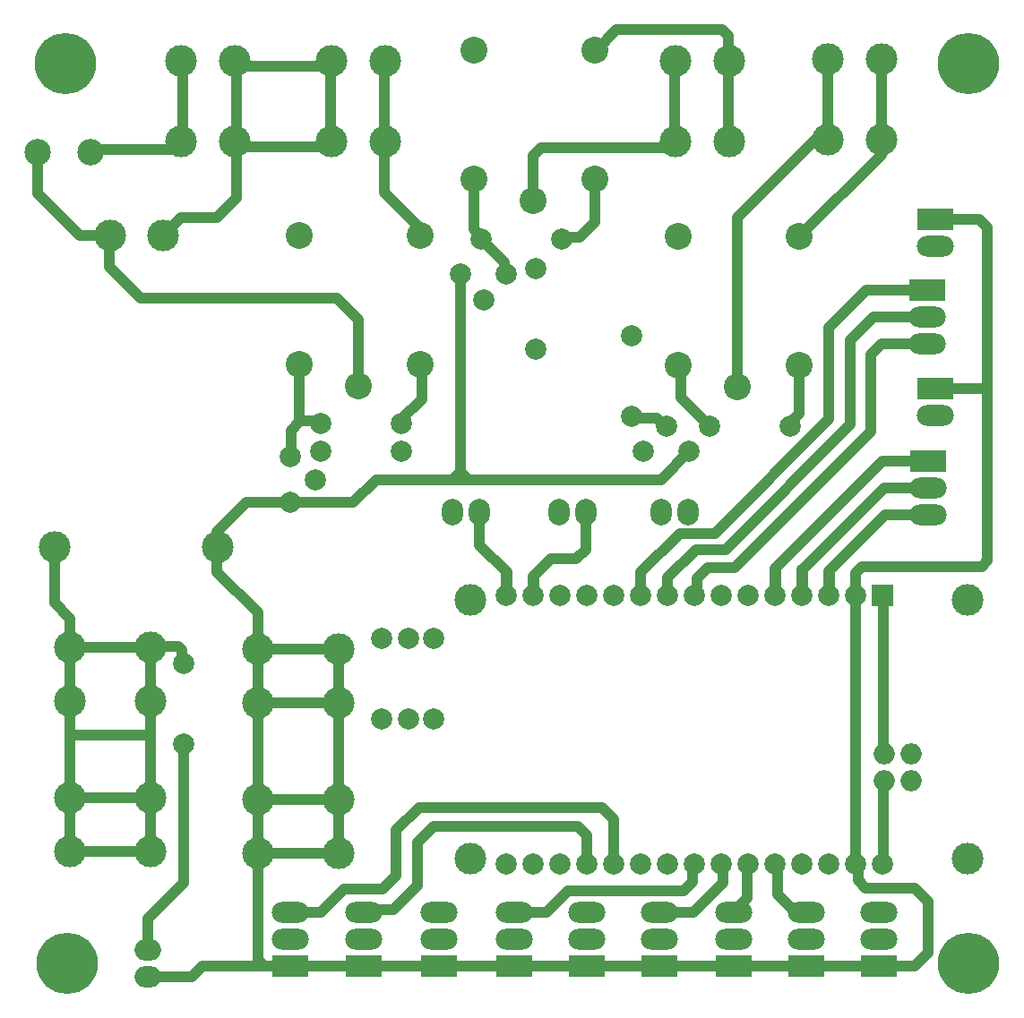
<source format=gbl>
G04*
G04 #@! TF.GenerationSoftware,Altium Limited,Altium Designer,20.0.13 (296)*
G04*
G04 Layer_Physical_Order=2*
G04 Layer_Color=16711680*
%FSLAX25Y25*%
%MOIN*%
G70*
G01*
G75*
%ADD35C,0.03937*%
%ADD36C,0.11811*%
%ADD37C,0.07874*%
%ADD38R,0.07874X0.07874*%
%ADD39O,0.09843X0.07874*%
%ADD40O,0.13780X0.07874*%
%ADD41R,0.13780X0.07874*%
%ADD42O,0.07874X0.07874*%
%ADD43O,0.07874X0.07874*%
%ADD44C,0.09843*%
%ADD45O,0.07874X0.09843*%
%ADD46C,0.10000*%
%ADD47C,0.22835*%
%ADD48C,0.03937*%
D35*
X9000Y306500D02*
X24624Y290876D01*
X35715D02*
X35842Y290748D01*
X24624Y290876D02*
X35715D01*
X83000Y324000D02*
Y354000D01*
X118000Y324000D02*
Y354000D01*
X55528Y290748D02*
X62496Y297716D01*
X323791Y56496D02*
Y87791D01*
X323630Y56555D02*
Y87642D01*
X15185Y154140D02*
Y175000D01*
X323500Y207000D02*
X339500D01*
X324000Y197000D02*
X339500D01*
X324500Y187000D02*
X339500D01*
X283583Y167083D02*
X323500Y207000D01*
X293583Y166583D02*
X324000Y197000D01*
X303583Y166083D02*
X324500Y187000D01*
X261041Y179959D02*
X303500Y222417D01*
X265000Y174000D02*
X311500Y220500D01*
X268291Y167209D02*
X318937Y217854D01*
X247959Y179959D02*
X261041D01*
X254000Y174000D02*
X265000D01*
X258209Y167209D02*
X268291D01*
X254253Y163253D02*
X258209Y167209D01*
X93306Y19000D02*
X103000D01*
X70500D02*
X93306D01*
X50000Y15000D02*
X66500D01*
X70500Y19000D01*
X91000Y21306D02*
Y61000D01*
Y21306D02*
X93306Y19000D01*
X103000Y39000D02*
X114500D01*
X123000Y47500D01*
X137500D01*
X142500Y52500D01*
Y69500D01*
X151000Y78000D01*
X219000D01*
X156500Y71000D02*
X210000D01*
X150500Y65000D02*
X156500Y71000D01*
X150500Y49000D02*
Y65000D01*
X219000Y78000D02*
X223500Y73500D01*
Y57000D02*
Y73500D01*
X213500Y57000D02*
Y67500D01*
X210000Y71000D02*
X213500Y67500D01*
X141253Y39753D02*
X150500Y49000D01*
X130500Y39000D02*
X131253Y39753D01*
X141253D01*
X158500Y39000D02*
X161453D01*
X313339Y156429D02*
Y165194D01*
X313421Y56346D02*
Y156346D01*
X158500Y19000D02*
X186500D01*
X130500Y19000D02*
X158500Y19000D01*
X103000Y19000D02*
X130500D01*
X50000Y15000D02*
X50753Y15753D01*
X63500Y50000D02*
Y101500D01*
X50000Y25000D02*
Y36500D01*
X63500Y50000D01*
X91000Y61000D02*
X121000D01*
X91000Y81000D02*
X121000D01*
X91000Y117000D02*
X121000D01*
X91000Y137000D02*
X121000D01*
X75815Y165657D02*
Y180626D01*
Y165657D02*
X91000Y150472D01*
X21000Y61500D02*
X51000D01*
X21000Y81500D02*
X51000D01*
X51500Y138000D02*
X61194D01*
X62747Y132253D02*
X63500Y131500D01*
X62747Y132253D02*
Y136447D01*
X61194Y138000D02*
X62747Y136447D01*
X51000Y137500D02*
X51500Y138000D01*
X21000Y137500D02*
X51000D01*
Y61500D02*
Y81500D01*
Y105000D02*
Y117500D01*
X21000Y137500D02*
Y148325D01*
Y61500D02*
Y81500D01*
X51000Y117500D02*
Y137500D01*
X21000Y117500D02*
Y137500D01*
Y81500D02*
Y105000D01*
X51000Y81500D02*
Y105000D01*
X21000D02*
Y117500D01*
X121000Y117000D02*
Y137000D01*
X91000D02*
Y150472D01*
X317000Y48000D02*
X335500D01*
X314253Y50747D02*
Y56247D01*
Y50747D02*
X317000Y48000D01*
X313500Y57000D02*
X314253Y56247D01*
X312829Y55743D02*
X313583Y56496D01*
X335500Y48000D02*
X340500Y43000D01*
Y24000D02*
Y43000D01*
X335500Y19000D02*
X340500Y24000D01*
X322000Y19000D02*
X335500D01*
X295000D02*
X322000D01*
X323630Y56346D02*
Y56555D01*
X273083Y56083D02*
X274500Y57500D01*
X268000Y39000D02*
X273083Y44083D01*
X253004Y39000D02*
X264000Y49996D01*
X240500Y39000D02*
X253004D01*
X186500D02*
X186752Y38748D01*
X198252D01*
X268000Y19000D02*
X295000D01*
X240500D02*
X268000D01*
X213500D02*
X240500D01*
X186500D02*
X213500D01*
X311500Y220500D02*
Y252000D01*
X320000Y260500D02*
X340000D01*
X311500Y252000D02*
X320000Y260500D01*
X318937Y246437D02*
X323000Y250500D01*
X318937Y217854D02*
Y246437D01*
X323000Y250500D02*
X340000D01*
X303500Y256500D02*
X317500Y270500D01*
X303500Y222417D02*
Y256500D01*
X317500Y270500D02*
X340000D01*
X233500Y157000D02*
Y165500D01*
X247959Y179959D01*
X243500Y157000D02*
Y163500D01*
X254000Y174000D01*
X254253Y157753D02*
Y163253D01*
X253500Y157000D02*
X254253Y157753D01*
X283421Y157000D02*
Y166933D01*
X293421Y156000D02*
Y166433D01*
X303421Y157000D02*
Y165933D01*
X193421Y157000D02*
Y163933D01*
X183421Y157000D02*
Y165268D01*
X362500Y233500D02*
Y294000D01*
X343000Y234000D02*
X362000D01*
X362500Y233500D01*
X359500Y297000D02*
X362500Y294000D01*
X343000Y297000D02*
X359500D01*
X315645Y167500D02*
X360194D01*
X313339Y165194D02*
X315645Y167500D01*
X360194D02*
X362500Y169806D01*
Y233500D01*
X183583Y159150D02*
Y165417D01*
X193583Y159150D02*
Y164083D01*
X283583Y159150D02*
Y167083D01*
X293583Y159150D02*
Y166583D01*
X303583Y159150D02*
Y166083D01*
X273083Y44083D02*
Y56083D01*
X198252Y38748D02*
X206500Y46996D01*
X249500D01*
X252829Y50326D01*
Y55743D02*
X253583Y56496D01*
X252829Y50326D02*
Y55743D01*
X263583Y56496D02*
X264000Y56079D01*
Y49996D02*
Y56079D01*
X283583Y56496D02*
X284336Y55743D01*
Y45707D02*
Y55743D01*
Y45707D02*
X292047Y37996D01*
X303000Y326500D02*
Y356500D01*
X269500Y297500D02*
X302500Y330500D01*
X323000Y321000D02*
Y355060D01*
X292500Y290500D02*
X323000Y321000D01*
X263694Y367500D02*
X266000Y365194D01*
X224423Y367500D02*
X263694D01*
X266000Y323078D02*
Y365194D01*
X196500Y323500D02*
X246000D01*
Y354732D01*
X86689Y191500D02*
X103000D01*
X75815Y180626D02*
X86689Y191500D01*
X15185Y154140D02*
X21000Y148325D01*
X62747Y130747D02*
X63500Y131500D01*
X323583Y152500D02*
X323791Y152291D01*
Y98209D02*
Y152291D01*
Y98209D02*
X324000Y98000D01*
X323421Y56346D02*
X323630Y56555D01*
X323791Y87791D02*
X324000Y88000D01*
X63000Y324000D02*
Y354000D01*
X28685Y322000D02*
X29685Y323000D01*
X62000D01*
X63000Y324000D01*
X35715Y279285D02*
Y287874D01*
Y279285D02*
X47500Y267500D01*
X120500D01*
X128500Y259500D01*
Y237500D02*
Y259500D01*
X113747Y221747D02*
X114500Y222500D01*
X106681Y221747D02*
X113747D01*
X106500Y221565D02*
X106681Y221747D01*
X103000Y208500D02*
X103277Y208777D01*
Y218342D01*
X106500Y221565D01*
X103000Y191500D02*
X126500D01*
X135000Y200000D01*
X163500D01*
X213000Y174000D02*
Y184500D01*
X209500Y170500D02*
X213000Y174000D01*
X200000Y170500D02*
X209500D01*
X193583Y164083D02*
X200000Y170500D01*
X173500Y175500D02*
X183583Y165417D01*
X173500Y175500D02*
Y184500D01*
X292500Y224565D02*
Y242500D01*
X289000Y221065D02*
X292500Y224565D01*
X289000Y220000D02*
Y221065D01*
X247500Y242500D02*
X248471Y241529D01*
Y230529D02*
Y241529D01*
Y230529D02*
X259000Y220000D01*
X230000Y223500D02*
X230753Y222747D01*
X239188D01*
X241935Y220000D01*
X243000D01*
X169500Y200000D02*
X241000D01*
X163500D02*
X169500D01*
X166500Y203000D02*
X169500Y200000D01*
X166500Y203000D02*
Y276500D01*
X163500Y200000D02*
X166500Y203000D01*
X241000Y200000D02*
X251500Y210500D01*
X174000Y289500D02*
X182747Y280753D01*
Y277253D02*
Y280753D01*
Y277253D02*
X183500Y276500D01*
X204000Y289500D02*
X204753Y290253D01*
X210753D01*
X216500Y296000D01*
Y312000D01*
X171500Y293065D02*
Y312000D01*
Y293065D02*
X174000Y290565D01*
Y289500D02*
Y290565D01*
X121000Y61000D02*
Y81000D01*
X313339Y156429D02*
X313421Y156346D01*
X21000Y105000D02*
X51000D01*
X121000Y81000D02*
Y117000D01*
X91000D02*
Y137000D01*
Y81000D02*
Y117000D01*
Y61000D02*
Y81000D01*
X151500Y245500D02*
X152000Y245000D01*
Y230000D02*
Y245000D01*
X144500Y222500D02*
X152000Y230000D01*
X113435Y221500D02*
X114500D01*
X106500Y221565D02*
Y245500D01*
X216500Y360000D02*
X216923D01*
X224423Y367500D01*
X193500Y320500D02*
X196500Y323500D01*
X193500Y304000D02*
Y320500D01*
X269500Y234500D02*
Y297500D01*
X138000Y324000D02*
Y354000D01*
Y307000D02*
Y324000D01*
Y307000D02*
X151500Y293500D01*
X83000Y324000D02*
X118000D01*
X83000Y354000D02*
X118000D01*
X83000Y305000D02*
Y324000D01*
X75717Y297716D02*
X83000Y305000D01*
X62496Y297716D02*
X75717D01*
X9000Y306500D02*
Y322000D01*
D36*
X354839Y155347D02*
D03*
Y58850D02*
D03*
X169996D02*
D03*
Y155347D02*
D03*
X91000Y137000D02*
D03*
X121000D02*
D03*
X91000Y117000D02*
D03*
X121000D02*
D03*
X15370Y175000D02*
D03*
X76000D02*
D03*
X35842Y290748D02*
D03*
X55528D02*
D03*
X323000Y356500D02*
D03*
Y326500D02*
D03*
X303000Y356500D02*
D03*
Y326500D02*
D03*
X266500Y356000D02*
D03*
Y326000D02*
D03*
X246500Y356000D02*
D03*
Y326000D02*
D03*
X138500Y356000D02*
D03*
Y326000D02*
D03*
X118500Y356000D02*
D03*
Y326000D02*
D03*
X82500Y356000D02*
D03*
Y326000D02*
D03*
X62500Y356000D02*
D03*
Y326000D02*
D03*
X51000Y117500D02*
D03*
X21000D02*
D03*
X51000Y137500D02*
D03*
X21000D02*
D03*
X121000Y61000D02*
D03*
X91000D02*
D03*
X121000Y81000D02*
D03*
X91000D02*
D03*
X51000Y61500D02*
D03*
X21000D02*
D03*
X51000Y81500D02*
D03*
X21000D02*
D03*
D37*
X183500Y57000D02*
D03*
X193500D02*
D03*
X203500D02*
D03*
X213500D02*
D03*
X223500D02*
D03*
X233500D02*
D03*
X243500D02*
D03*
X253500D02*
D03*
X263500D02*
D03*
X273500D02*
D03*
X283500D02*
D03*
X293500D02*
D03*
X303500D02*
D03*
X313500D02*
D03*
X323500D02*
D03*
X183500Y157000D02*
D03*
X193500D02*
D03*
X203500D02*
D03*
X213500D02*
D03*
X223500D02*
D03*
X233500D02*
D03*
X243500D02*
D03*
X253500D02*
D03*
X263500D02*
D03*
X273500D02*
D03*
X283500D02*
D03*
X293500D02*
D03*
X303500D02*
D03*
X313500D02*
D03*
X63500Y131500D02*
D03*
Y101500D02*
D03*
X114500Y210500D02*
D03*
X144500D02*
D03*
X194500Y278500D02*
D03*
Y248500D02*
D03*
X230000Y223500D02*
D03*
Y253500D02*
D03*
X156500Y141000D02*
D03*
Y111000D02*
D03*
X147000Y141000D02*
D03*
Y111000D02*
D03*
X137000Y141000D02*
D03*
Y111000D02*
D03*
X251500Y210500D02*
D03*
X243000Y220000D02*
D03*
X234500Y210500D02*
D03*
X259000Y220000D02*
D03*
X289000D02*
D03*
X174000Y289500D02*
D03*
X204000D02*
D03*
X166500Y276500D02*
D03*
X175000Y267000D02*
D03*
X183500Y276500D02*
D03*
X114500Y221000D02*
D03*
X144500D02*
D03*
X103000Y191500D02*
D03*
X112500Y200000D02*
D03*
X103000Y208500D02*
D03*
D38*
X323500Y157000D02*
D03*
D39*
X50000Y25000D02*
D03*
Y15000D02*
D03*
D40*
X103000Y39000D02*
D03*
Y29000D02*
D03*
X130500Y39000D02*
D03*
Y29000D02*
D03*
X158500Y39000D02*
D03*
Y29000D02*
D03*
X186500Y39000D02*
D03*
Y29000D02*
D03*
X213500Y39000D02*
D03*
Y29000D02*
D03*
X240500Y39000D02*
D03*
Y29000D02*
D03*
X268000Y39000D02*
D03*
Y29000D02*
D03*
X295000Y39000D02*
D03*
Y29000D02*
D03*
X322000Y39000D02*
D03*
Y29000D02*
D03*
X340000Y250500D02*
D03*
Y260500D02*
D03*
X340500Y187000D02*
D03*
Y197000D02*
D03*
X343000Y287000D02*
D03*
Y224000D02*
D03*
D41*
X103000Y19000D02*
D03*
X130500Y19000D02*
D03*
X158500Y19000D02*
D03*
X186500D02*
D03*
X213500D02*
D03*
X240500D02*
D03*
X268000D02*
D03*
X295000D02*
D03*
X322000D02*
D03*
X340000Y270500D02*
D03*
X340500Y207000D02*
D03*
X343000Y297000D02*
D03*
Y234000D02*
D03*
D42*
X334000Y98000D02*
D03*
X324000D02*
D03*
D43*
Y88000D02*
D03*
X334000D02*
D03*
D44*
X9000Y322000D02*
D03*
X28685D02*
D03*
D45*
X251000Y188000D02*
D03*
X241000D02*
D03*
X213000D02*
D03*
X203000D02*
D03*
X173500D02*
D03*
X163500D02*
D03*
D46*
X292500Y290500D02*
D03*
X247500D02*
D03*
X269500Y234500D02*
D03*
X292500Y242500D02*
D03*
X247500D02*
D03*
X151500Y291000D02*
D03*
X106500D02*
D03*
X128500Y235000D02*
D03*
X151500Y243000D02*
D03*
X106500D02*
D03*
X216500Y360000D02*
D03*
X171500D02*
D03*
X193500Y304000D02*
D03*
X216500Y312000D02*
D03*
X171500D02*
D03*
D47*
X19500Y355000D02*
D03*
X20000Y20000D02*
D03*
X355500D02*
D03*
Y355000D02*
D03*
D48*
X25624Y348875D02*
D03*
X13375D02*
D03*
X10839Y355000D02*
D03*
X13375Y361124D02*
D03*
X25821Y361223D02*
D03*
X28358Y355098D02*
D03*
X19500Y346339D02*
D03*
Y363661D02*
D03*
X26125Y13875D02*
D03*
X13875D02*
D03*
X11339Y20000D02*
D03*
X13875Y26125D02*
D03*
X26321Y26223D02*
D03*
X28858Y20098D02*
D03*
X20000Y11339D02*
D03*
Y28661D02*
D03*
X361625Y13875D02*
D03*
X349376D02*
D03*
X346839Y20000D02*
D03*
X349376Y26125D02*
D03*
X361821Y26223D02*
D03*
X364358Y20098D02*
D03*
X355500Y11339D02*
D03*
Y28661D02*
D03*
X361625Y348875D02*
D03*
X349376D02*
D03*
X346839Y355000D02*
D03*
X349376Y361124D02*
D03*
X361821Y361223D02*
D03*
X364358Y355098D02*
D03*
X355500Y346339D02*
D03*
Y363661D02*
D03*
M02*

</source>
